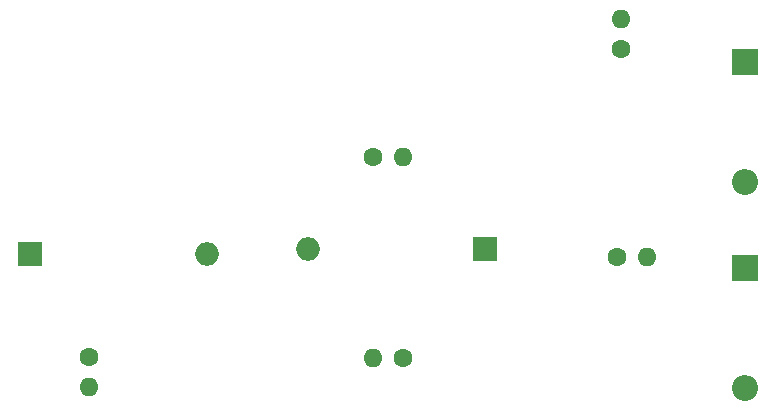
<source format=gbr>
%TF.GenerationSoftware,KiCad,Pcbnew,8.0.6*%
%TF.CreationDate,2024-11-12T11:26:50-05:00*%
%TF.ProjectId,Lab8 Schematic,4c616238-2053-4636-9865-6d617469632e,rev?*%
%TF.SameCoordinates,Original*%
%TF.FileFunction,Soldermask,Bot*%
%TF.FilePolarity,Negative*%
%FSLAX46Y46*%
G04 Gerber Fmt 4.6, Leading zero omitted, Abs format (unit mm)*
G04 Created by KiCad (PCBNEW 8.0.6) date 2024-11-12 11:26:50*
%MOMM*%
%LPD*%
G01*
G04 APERTURE LIST*
%ADD10R,2.000000X2.000000*%
%ADD11O,2.000000X2.000000*%
%ADD12C,1.600000*%
%ADD13O,1.600000X1.600000*%
%ADD14R,2.200000X2.200000*%
%ADD15O,2.200000X2.200000*%
G04 APERTURE END LIST*
D10*
%TO.C,C2*%
X149500000Y-56257500D03*
D11*
X134500000Y-56257500D03*
%TD*%
D10*
%TO.C,C1*%
X111000000Y-56742500D03*
D11*
X126000000Y-56742500D03*
%TD*%
D12*
%TO.C,R5*%
X160655000Y-57000000D03*
D13*
X163195000Y-57000000D03*
%TD*%
D12*
%TO.C,R4*%
X161000000Y-39345000D03*
D13*
X161000000Y-36805000D03*
%TD*%
%TO.C,R3*%
X140000000Y-65500000D03*
D12*
X142540000Y-65500000D03*
%TD*%
%TO.C,R2*%
X140000000Y-48500000D03*
D13*
X142540000Y-48500000D03*
%TD*%
D12*
%TO.C,R1*%
X116000000Y-65460000D03*
D13*
X116000000Y-68000000D03*
%TD*%
D14*
%TO.C,D1*%
X171500000Y-40420000D03*
D15*
X171500000Y-50580000D03*
%TD*%
D14*
%TO.C,D2*%
X171500000Y-57920000D03*
D15*
X171500000Y-68080000D03*
%TD*%
M02*

</source>
